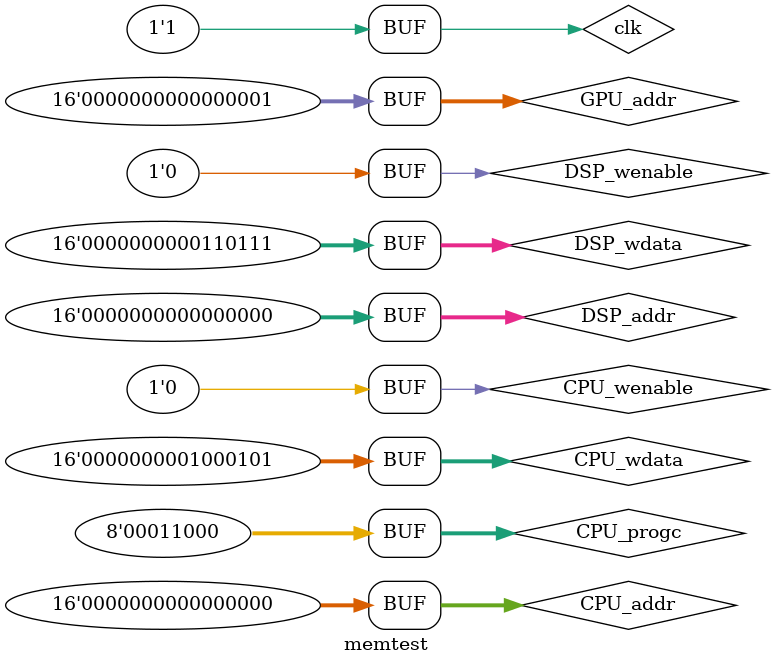
<source format=v>
`timescale 1ns / 1ps

module memtest;

	// Inputs
	reg [15:0] CPU_addr;
	reg [15:0] CPU_wdata;
	reg CPU_wenable;
	reg [7:0] CPU_progc;
	reg [15:0] GPU_addr;
	reg [15:0] DSP_addr;
	reg [15:0] DSP_wdata;
	reg DSP_wenable;
	reg clk;

	// Outputs
	wire [15:0] CPU_rdata;
	wire CPU_ready;
	wire [15:0] CPU_instr;
	wire CPU_iready;
	wire [15:0] GPU_rdata;
	wire GPU_ready;
	wire [15:0] DSP_rdata;
	wire DSP_ready;

	// Instantiate the Unit Under Test (UUT)
	mmu uut (
		.CPU_addr(CPU_addr), 
		.CPU_rdata(CPU_rdata), 
		.CPU_wdata(CPU_wdata), 
		.CPU_ready(CPU_ready), 
		.CPU_wenable(CPU_wenable), 
		.CPU_progc(CPU_progc), 
		.CPU_instr(CPU_instr), 
		.CPU_iready(CPU_iready), 
		.GPU_addr(GPU_addr), 
		.GPU_rdata(GPU_rdata), 
		.GPU_ready(GPU_ready), 
		.DSP_addr(DSP_addr), 
		.DSP_rdata(DSP_rdata), 
		.DSP_wdata(DSP_wdata), 
		.DSP_ready(DSP_ready), 
		.DSP_wenable(DSP_wenable), 
		.clk(clk)
	);

	always begin
		clk = 1'b0;
		#10;
		clk = 1'b1;
		#10;
	end
	
	initial begin
		// Initialize Inputs
		CPU_addr = 0;
		CPU_wdata = 0;
		CPU_wenable = 0;
		CPU_progc = 0;
		GPU_addr = 0;
		DSP_addr = 0;
		DSP_wdata = 0;
		DSP_wenable = 0;
		clk = 0;

		// Wait 100 ns for global reset to finish
		#100;
      CPU_addr = 1;
		#100;
		CPU_addr = 20;
		#100;
		CPU_addr = 10'b0000000010;
		CPU_wdata = 69420;
		CPU_wenable = 1;
		CPU_progc = 24;
		GPU_addr = 72;
		#20;
		CPU_wenable = 0;
		DSP_addr = 10;
		DSP_wdata = 55;
		DSP_wenable = 1;
		#20;
		CPU_addr = 20;
		DSP_wenable = 0;
		GPU_addr = 0;
		#40;
		CPU_wdata = 255;
		CPU_wenable = 1;
		DSP_addr = 1;
		#20;
		CPU_wenable = 0;
		#20;
		CPU_addr = 10'b0000000010;
		#5
		DSP_addr = 10;
		CPU_addr = 10 + 3072 + 3072 + 1024;
		GPU_addr = 1;
		#250;
		CPU_addr = 0;
		DSP_addr = 0;
		#20;
		CPU_wenable = 1;
		CPU_wdata = 69;
		#20;
		CPU_wenable = 0;
		// Add stimulus here

	end
      
endmodule


</source>
